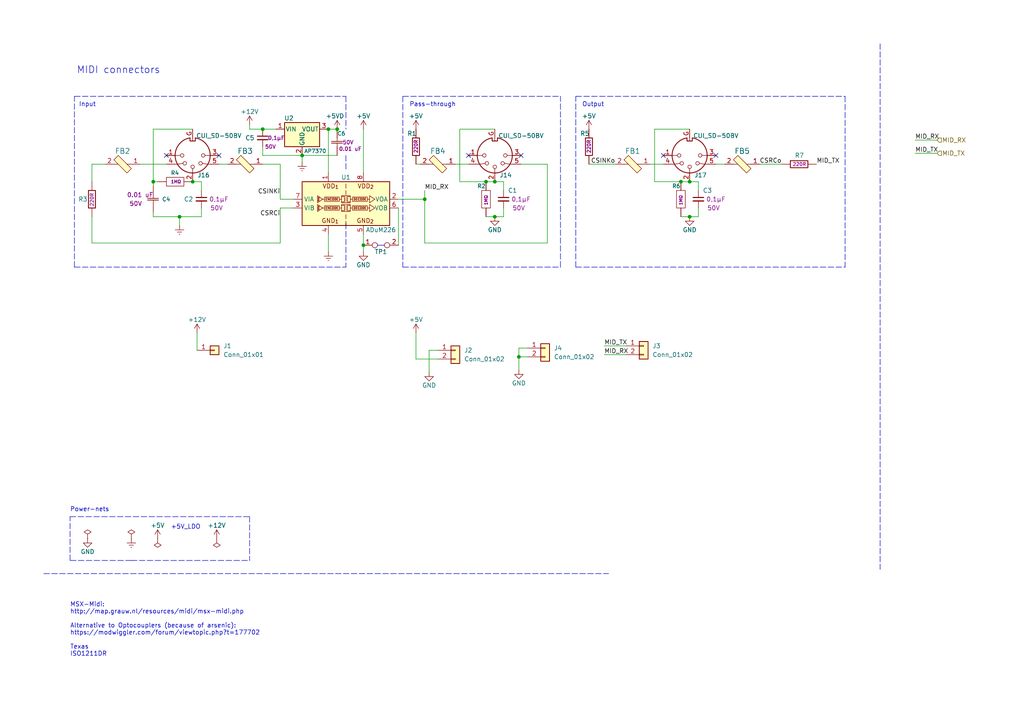
<source format=kicad_sch>
(kicad_sch (version 20211123) (generator eeschema)
  (paper "A4")
  (lib_symbols
    (symbol "Connector:TestPoint_2Pole" (pin_names (offset 0.762) hide)
      (property "Reference" "TP" (at 0 1.524 0))
      (property "Value" "TestPoint_2Pole" (at 0 -1.778 0))
      (symbol "TestPoint_2Pole_0_1"
        (circle (center -1.778 0) (radius 0.762))
        (circle (center 1.778 0) (radius 0.762))
        (pin passive line (at -5.08 0 0) (length 2.54) (name "1") (number "1"))
        (pin passive line (at 5.08 0 180) (length 2.54) (name "2") (number "2"))
      )
    )
    (symbol "Connector_Generic:Conn_01x01" (pin_names (offset 1.016) hide)
      (property "Reference" "J" (at 0 2.54 0))
      (property "Value" "Conn_01x01" (at 0 -2.54 0))
      (symbol "Conn_01x01_1_1"
        (rectangle (start -1.27 0.127) (end 0 -0.127) (stroke (width 0.1524)))
        (rectangle (start -1.27 1.27) (end 1.27 -1.27) (stroke (width 0.254)) (fill (type background)))
        (pin passive line (at -5.08 0 0) (length 3.81) (name "Pin_1") (number "1"))
      )
    )
    (symbol "Connector_Generic:Conn_01x02" (pin_names (offset 1.016) hide)
      (property "Reference" "J" (at 0 2.54 0))
      (property "Value" "Conn_01x02" (at 0 -5.08 0))
      (symbol "Conn_01x02_1_1"
        (rectangle (start -1.27 -2.413) (end 0 -2.667) (stroke (width 0.1524)))
        (rectangle (start -1.27 0.127) (end 0 -0.127) (stroke (width 0.1524)))
        (rectangle (start -1.27 1.27) (end 1.27 -3.81) (stroke (width 0.254)) (fill (type background)))
        (pin passive line (at -5.08 0 0) (length 3.81) (name "Pin_1") (number "1"))
        (pin passive line (at -5.08 -2.54 0) (length 3.81) (name "Pin_2") (number "2"))
      )
    )
    (symbol "LRJ-parts:ADuM226"
      (property "Reference" "U" (at -11.43 11.43 0))
      (property "Value" "ADuM226" (at 10.16 10.16 0))
      (symbol "ADuM226_0_0"
        (text "GND_{1}" (at -4.572 -3.683 0) (effects (font (size 1.27 1.27))))
        (text "GND_{2}" (at 5.588 -3.683 0) (effects (font (size 1.27 1.27))))
        (text "VDD_{1}" (at -4.445 6.35 0) (effects (font (size 1.27 1.27))))
        (text "VDD_{2}" (at 5.715 6.35 0) (effects (font (size 1.27 1.27))))
      )
      (symbol "ADuM226_1_0"
        (rectangle (start -6.223 -0.635) (end -1.905 0.635))
        (rectangle (start -1.27 -1.016) (end 1.27 1.016))
        (rectangle (start -1.27 3.556) (end 1.27 1.524))
        (arc (start -0.508 -0.762) (mid -0.254 -0.508) (end -0.508 -0.254))
        (arc (start -0.508 -0.254) (mid -0.254 0) (end -0.508 0.254))
        (arc (start -0.508 0.254) (mid -0.254 0.508) (end -0.508 0.762))
        (arc (start -0.508 1.778) (mid -0.254 2.032) (end -0.508 2.286))
        (arc (start -0.508 2.286) (mid -0.254 2.54) (end -0.508 2.794))
        (arc (start -0.508 2.794) (mid -0.254 3.048) (end -0.508 3.302))
        (polyline (pts (xy -6.223 0) (xy -6.858 0)))
        (polyline (pts (xy -6.223 2.54) (xy -6.858 2.54)))
        (polyline (pts (xy -1.905 0) (xy -1.27 0)))
        (polyline (pts (xy -1.905 2.54) (xy -1.27 2.54)))
        (polyline (pts (xy -1.27 -0.762) (xy -0.508 -0.762)))
        (polyline (pts (xy -1.27 0.762) (xy -0.508 0.762)))
        (polyline (pts (xy -1.27 1.778) (xy -0.508 1.778)))
        (polyline (pts (xy -1.27 3.302) (xy -0.508 3.302)))
        (polyline (pts (xy 0 -3.81) (xy 0 -5.08)))
        (polyline (pts (xy 0 -1.905) (xy 0 -3.175)))
        (polyline (pts (xy 0 3.81) (xy 0 5.08)))
        (polyline (pts (xy 0 6.985) (xy 0 5.715)))
        (polyline (pts (xy 1.27 -0.762) (xy 0.508 -0.762)))
        (polyline (pts (xy 1.27 0.762) (xy 0.508 0.762)))
        (polyline (pts (xy 1.27 1.778) (xy 0.508 1.778)))
        (polyline (pts (xy 1.27 3.302) (xy 0.508 3.302)))
        (polyline (pts (xy 1.905 0) (xy 1.27 0)))
        (polyline (pts (xy 1.905 2.54) (xy 1.27 2.54)))
        (polyline (pts (xy 6.223 0) (xy 6.858 0)))
        (polyline (pts (xy 6.223 2.54) (xy 6.858 2.54)))
        (arc (start 0.508 -0.254) (mid 0.254 -0.508) (end 0.508 -0.762))
        (arc (start 0.508 0.254) (mid 0.254 0) (end 0.508 -0.254))
        (arc (start 0.508 0.762) (mid 0.254 0.508) (end 0.508 0.254))
        (arc (start 0.508 2.286) (mid 0.254 2.032) (end 0.508 1.778))
        (arc (start 0.508 2.794) (mid 0.254 2.54) (end 0.508 2.286))
        (arc (start 0.508 3.302) (mid 0.254 3.048) (end 0.508 2.794))
        (rectangle (start 1.905 3.175) (end 6.223 1.905))
        (text "DECODE" (at 4.064 0 0) (effects (font (size 0.635 0.635))))
        (text "DECODE" (at 4.064 2.54 0) (effects (font (size 0.635 0.635))))
        (text "ENCODE" (at -4.064 0 0) (effects (font (size 0.635 0.635))))
        (text "ENCODE" (at -4.064 2.54 0) (effects (font (size 0.635 0.635))))
      )
      (symbol "ADuM226_1_1"
        (rectangle (start -12.7 -5.08) (end 12.7 7.62) (stroke (width 0.254)) (fill (type background)))
        (rectangle (start -1.905 3.175) (end -6.223 1.905))
        (polyline (pts (xy -8.001 0.508) (xy -7.62 0.508)))
        (polyline (pts (xy -8.001 3.048) (xy -7.62 3.048)))
        (polyline (pts (xy -8.0518 -0.508) (xy -7.7978 -0.508) (xy -7.7978 0.508)))
        (polyline (pts (xy -8.0518 2.032) (xy -7.7978 2.032) (xy -7.7978 3.048)))
        (polyline (pts (xy -8.001 0.508) (xy -8.001 -0.508) (xy -8.128 -0.508)))
        (polyline (pts (xy -8.001 3.048) (xy -8.001 2.032) (xy -8.128 2.032)))
        (polyline (pts (xy -6.731 0) (xy -8.255 1.016) (xy -8.255 -1.016) (xy -6.731 0)))
        (polyline (pts (xy -6.731 2.54) (xy -8.255 3.556) (xy -8.255 1.524) (xy -6.731 2.54)))
        (polyline (pts (xy 8.382 0) (xy 6.858 1.016) (xy 6.858 -1.016) (xy 8.382 0)))
        (polyline (pts (xy 8.382 2.54) (xy 6.858 3.556) (xy 6.858 1.524) (xy 8.382 2.54)))
        (rectangle (start 6.223 -0.635) (end 1.905 0.635))
        (pin power_in line (at -5.08 10.16 270) (length 2.54) (name "VDD1") (number "1"))
        (pin output line (at 15.24 2.54 180) (length 2.54) (name "VOA") (number "2"))
        (pin input line (at -15.24 0 0) (length 2.54) (name "VIB") (number "3"))
        (pin power_in line (at -5.08 -7.62 90) (length 2.54) (name "GND1") (number "4"))
        (pin power_in line (at 5.08 -7.62 90) (length 2.54) (name "GND2") (number "5"))
        (pin output line (at 15.24 0 180) (length 2.54) (name "VOB") (number "6"))
        (pin input line (at -15.24 2.54 0) (length 2.54) (name "VIA") (number "7"))
        (pin power_in line (at 5.08 10.16 270) (length 2.54) (name "VDD2") (number "8"))
      )
    )
    (symbol "LRJ-parts:AP7370" (pin_names (offset 0.254))
      (property "Reference" "U" (at -3.81 5.715 0))
      (property "Value" "AP7370" (at 0 5.715 0))
      (symbol "AP7370_0_1"
        (rectangle (start -5.08 4.445) (end 5.08 -2.54) (stroke (width 0.254)) (fill (type background)))
      )
      (symbol "AP7370_1_1"
        (pin power_in line (at -7.62 2.54 0) (length 2.54) (name "VIN") (number "1"))
        (pin power_in line (at 0 -5.08 90) (length 2.54) (name "GND") (number "2"))
        (pin power_out line (at 7.62 2.54 180) (length 2.54) (name "VOUT") (number "3"))
        (pin no_connect line (at -2.54 0 0) (length 2.54) hide (name "N/C") (number "4"))
        (pin no_connect line (at 2.54 0 180) (length 2.54) hide (name "N/C") (number "5"))
      )
    )
    (symbol "LRJ-parts:CUI_SD-50BV" (pin_names (offset 1.016))
      (property "Reference" "J" (at 3.175 5.715 0))
      (property "Value" "CUI_SD-50BV" (at 0 -12.7 0))
      (symbol "CUI_SD-50BV_0_1"
        (arc (start -5.08 0) (mid -3.8609 -3.3364) (end -0.762 -5.08) (stroke (width 0.254)))
        (circle (center -3.048 0) (radius 0.508))
        (circle (center -2.286 2.286) (radius 0.508))
        (polyline (pts (xy -5.08 0) (xy -3.556 0)))
        (polyline (pts (xy 0 -5.08) (xy 0 -4.191)))
        (polyline (pts (xy 0 5.08) (xy 0 3.81)))
        (polyline (pts (xy 5.08 0) (xy 3.556 0)))
        (polyline (pts (xy -5.08 2.54) (xy -4.318 2.54) (xy -2.794 2.286)))
        (polyline (pts (xy 5.08 2.54) (xy 4.318 2.54) (xy 2.794 2.286)))
        (polyline (pts (xy -0.762 -5.08) (xy -0.762 -4.191) (xy 0.762 -4.191) (xy 0.762 -5.08)) (stroke (width 0.254)))
        (circle (center 0 3.302) (radius 0.508))
        (arc (start 0.762 -5.08) (mid 3.8685 -3.343) (end 5.08 0) (stroke (width 0.254)))
        (circle (center 2.286 2.286) (radius 0.508))
        (circle (center 3.048 0) (radius 0.508))
        (arc (start 5.08 0) (mid 0 5.08) (end -5.08 0) (stroke (width 0.254)))
      )
      (symbol "CUI_SD-50BV_1_1"
        (pin passive line (at -7.62 0 0) (length 2.54) (name "~") (number "1"))
        (pin passive line (at 0 7.62 270) (length 2.54) (name "~") (number "2"))
        (pin passive line (at 7.62 0 180) (length 2.54) (name "~") (number "3"))
        (pin passive line (at -7.62 2.54 0) (length 2.54) (name "~") (number "4"))
        (pin passive line (at 7.62 2.54 180) (length 2.54) (name "~") (number "5"))
        (pin input line (at 0 -7.62 90) (length 2.54) (name "G") (number "G"))
      )
    )
    (symbol "LRJ-parts:C_CL10B104KB8NNNL" (pin_numbers hide) (pin_names (offset 0.254) hide)
      (property "Reference" "C" (at 0.254 1.778 0))
      (property "Value" "C_CL10B104KB8NNNL" (at 0.254 -2.032 0))
      (property "Capacitance " " 0,1µF" (at -6.35 0 0))
      (property "Voltage Rating " "50V" (at -6.35 -2.54 0))
      (symbol "C_CL10B104KB8NNNL_0_1"
        (polyline (pts (xy -1.524 -0.508) (xy 1.524 -0.508)) (stroke (width 0.3302)))
        (polyline (pts (xy -1.524 0.508) (xy 1.524 0.508)) (stroke (width 0.3048)))
      )
      (symbol "C_CL10B104KB8NNNL_1_1"
        (pin passive line (at 0 2.54 270) (length 2.032) (name "~") (number "1"))
        (pin passive line (at 0 -2.54 90) (length 2.032) (name "~") (number "2"))
      )
    )
    (symbol "LRJ-parts:C_CL21B103KBANNNC" (pin_numbers hide) (pin_names (offset 1.016) hide)
      (property "Reference" "C" (at 1.524 2.921 0))
      (property "MPN" "CL21B103KBANNNC" (at -11.43 0 0))
      (symbol "C_CL21B103KBANNNC_1_1"
        (polyline (pts (xy -1.651 -0.254) (xy 1.524 -0.254)) (stroke (width 0.2032)))
        (polyline (pts (xy -1.651 0.254) (xy 1.524 0.254)) (stroke (width 0.2032)))
        (polyline (pts (xy 0 -1.27) (xy 0 -0.254)))
        (polyline (pts (xy 0 1.27) (xy 0 0.254)))
        (pin passive line (at 0 3.81 270) (length 2.54) (name "1") (number "1"))
        (pin passive line (at 0 -3.81 90) (length 2.54) (name "2") (number "2"))
      )
    )
    (symbol "LRJ-parts:L_ferrite_BLM18KG102SZ1D" (pin_names (offset 1.016))
      (property "Reference" "FB" (at -3.81 3.81 0))
      (property "Value" "L_ferrite_BLM18KG102SZ1D" (at 0 -3.81 0))
      (symbol "L_ferrite_BLM18KG102SZ1D_0_1"
        (polyline (pts (xy -1.27 0) (xy -2.54 0)))
        (polyline (pts (xy 1.27 0) (xy 2.54 0)))
        (polyline (pts (xy -1.27 2.54) (xy -2.54 1.27) (xy 1.27 -2.54) (xy 2.54 -1.27) (xy -1.27 2.54)) (fill (type background)))
      )
      (symbol "L_ferrite_BLM18KG102SZ1D_1_1"
        (pin passive line (at -5.08 0 0) (length 2.54) (name "~") (number "1"))
        (pin passive line (at 5.08 0 180) (length 2.54) (name "~") (number "2"))
      )
    )
    (symbol "LRJ-parts:R_CRGP0603F220R" (pin_numbers hide) (pin_names (offset 0))
      (property "Reference" "R" (at 2.032 0 90))
      (property "Resistance" "220R" (at 0 0 90))
      (symbol "R_CRGP0603F220R_0_1"
        (rectangle (start -1.016 -2.54) (end 1.016 2.54) (stroke (width 0.254)))
      )
      (symbol "R_CRGP0603F220R_1_1"
        (pin passive line (at 0 5.08 270) (length 2.54) (name "~") (number "1"))
        (pin passive line (at 0 -5.08 90) (length 2.54) (name "~") (number "2"))
      )
    )
    (symbol "LRJ-parts:R_ERJ-3GEYJ105V" (pin_numbers hide) (pin_names (offset 1.016) hide)
      (property "Reference" "R" (at -5.08 1.27 0))
      (property "Value" "R_ERJ-3GEYJ105V" (at -10.16 -3.81 0))
      (property "Resistance" "1MΩ" (at 0 0 0))
      (symbol "R_ERJ-3GEYJ105V_0_1"
        (rectangle (start -2.54 1.27) (end 2.54 -1.27))
      )
      (symbol "R_ERJ-3GEYJ105V_1_1"
        (pin passive line (at -5.08 0 0) (length 2.54) (name "1") (number "1"))
        (pin passive line (at 5.08 0 180) (length 2.54) (name "2") (number "2"))
      )
    )
    (symbol "power:+12V" (power) (pin_names (offset 0))
      (property "Value" "+12V" (at 0 3.556 0))
      (symbol "+12V_0_1"
        (polyline (pts (xy -0.762 1.27) (xy 0 2.54)))
        (polyline (pts (xy 0 0) (xy 0 2.54)))
        (polyline (pts (xy 0 2.54) (xy 0.762 1.27)))
      )
      (symbol "+12V_1_1"
        (pin power_in line (at 0 0 90) (length 0) hide (name "+12V") (number "1"))
      )
    )
    (symbol "power:+5V" (power) (pin_names (offset 0))
      (property "Value" "+5V" (at 0 3.556 0))
      (symbol "+5V_0_1"
        (polyline (pts (xy -0.762 1.27) (xy 0 2.54)))
        (polyline (pts (xy 0 0) (xy 0 2.54)))
        (polyline (pts (xy 0 2.54) (xy 0.762 1.27)))
      )
      (symbol "+5V_1_1"
        (pin power_in line (at 0 0 90) (length 0) hide (name "+5V") (number "1"))
      )
    )
    (symbol "power:+5VD" (power) (pin_names (offset 0))
      (property "Value" "+5VD" (at 0 3.556 0))
      (symbol "+5VD_0_1"
        (polyline (pts (xy -0.762 1.27) (xy 0 2.54)))
        (polyline (pts (xy 0 0) (xy 0 2.54)))
        (polyline (pts (xy 0 2.54) (xy 0.762 1.27)))
      )
      (symbol "+5VD_1_1"
        (pin power_in line (at 0 0 90) (length 0) hide (name "+5VD") (number "1"))
      )
    )
    (symbol "power:Earth" (power) (pin_names (offset 0))
      (symbol "Earth_0_1"
        (polyline (pts (xy -0.635 -1.905) (xy 0.635 -1.905)))
        (polyline (pts (xy -0.127 -2.54) (xy 0.127 -2.54)))
        (polyline (pts (xy 0 -1.27) (xy 0 0)))
        (polyline (pts (xy 1.27 -1.27) (xy -1.27 -1.27)))
      )
      (symbol "Earth_1_1"
        (pin power_in line (at 0 0 270) (length 0) hide (name "Earth") (number "1"))
      )
    )
    (symbol "power:GND" (power) (pin_names (offset 0))
      (property "Value" "GND" (at 0 -3.81 0))
      (symbol "GND_0_1"
        (polyline (pts (xy 0 0) (xy 0 -1.27) (xy 1.27 -1.27) (xy 0 -2.54) (xy -1.27 -1.27) (xy 0 -1.27)))
      )
      (symbol "GND_1_1"
        (pin power_in line (at 0 0 270) (length 0) hide (name "GND") (number "1"))
      )
    )
    (symbol "power:PWR_FLAG" (power) (pin_numbers hide) (pin_names (offset 0) hide)
      (property "Value" "PWR_FLAG" (at 0 3.81 0))
      (symbol "PWR_FLAG_0_0"
        (pin power_out line (at 0 0 90) (length 0) (name "pwr") (number "1"))
      )
      (symbol "PWR_FLAG_0_1"
        (polyline (pts (xy 0 0) (xy 0 1.27) (xy -1.016 1.905) (xy 0 2.54) (xy 1.016 1.905) (xy 0 1.27)))
      )
    )
  )
  (junction (at 55.88 52.705))
  (junction (at 105.41 71.12))
  (junction (at 76.2 37.465))
  (junction (at 52.07 62.865))
  (junction (at 97.79 37.465))
  (junction (at 123.19 57.785))
  (junction (at 143.51 52.705))
  (junction (at 95.25 37.465))
  (junction (at 200.025 52.705))
  (junction (at 140.97 52.705))
  (junction (at 143.51 62.865))
  (junction (at 150.495 103.505))
  (junction (at 44.45 52.705))
  (junction (at 197.485 52.705))
  (junction (at 87.63 45.085))
  (junction (at 200.025 62.865))
  (no_connect (at 151.13 45.085))
  (no_connect (at 63.5 45.085))
  (no_connect (at 207.645 45.085))
  (no_connect (at 135.89 45.085))
  (no_connect (at 48.26 45.085))
  (no_connect (at 192.405 45.085))
  (wire (pts (xy 55.88 52.705) (xy 58.42 52.705)))
  (polyline (pts (xy 38.1 162.56) (xy 72.39 162.56)))
  (wire (pts (xy 189.865 52.705) (xy 197.485 52.705)))
  (wire (pts (xy 95.25 37.465) (xy 95.25 50.165)))
  (wire (pts (xy 40.64 47.625) (xy 48.26 47.625)))
  (wire (pts (xy 175.26 100.33) (xy 181.61 100.33)))
  (wire (pts (xy 105.41 37.465) (xy 105.41 50.165)))
  (wire (pts (xy 76.2 45.085) (xy 87.63 45.085)))
  (wire (pts (xy 265.43 40.64) (xy 271.78 40.64)))
  (wire (pts (xy 105.41 67.945) (xy 105.41 71.12)))
  (polyline (pts (xy 100.33 45.085) (xy 100.33 49.53)))
  (wire (pts (xy 44.45 52.705) (xy 45.72 52.705)))
  (wire (pts (xy 140.97 62.865) (xy 143.51 62.865)))
  (wire (pts (xy 151.13 47.625) (xy 158.75 47.625)))
  (polyline (pts (xy 109.474 71.12) (xy 111.506 71.12)) (stroke (width 0) (type solid)))
  (polyline (pts (xy 116.84 77.47) (xy 162.56 77.47)))
  (polyline (pts (xy 21.59 27.94) (xy 100.33 27.94)))
  (wire (pts (xy 57.15 96.52) (xy 57.15 101.6)))
  (wire (pts (xy 202.565 62.865) (xy 200.025 62.865)))
  (polyline (pts (xy 20.32 162.56) (xy 20.32 149.86)))
  (wire (pts (xy 76.2 47.625) (xy 81.28 47.625)))
  (polyline (pts (xy 72.39 149.86) (xy 72.39 162.56)))
  (polyline (pts (xy 167.005 77.47) (xy 167.005 27.94)))
  (polyline (pts (xy 116.84 27.94) (xy 162.56 27.94)))
  (polyline (pts (xy 255.27 165.1) (xy 255.27 165.1)))
  (wire (pts (xy 200.025 52.705) (xy 202.565 52.705)))
  (wire (pts (xy 63.5 47.625) (xy 66.04 47.625)))
  (wire (pts (xy 26.67 62.865) (xy 26.67 70.485)))
  (polyline (pts (xy 116.84 27.94) (xy 116.84 77.47)))
  (wire (pts (xy 226.695 47.625) (xy 220.345 47.625)))
  (polyline (pts (xy 20.32 149.86) (xy 72.39 149.86)))
  (polyline (pts (xy 21.59 77.47) (xy 21.59 27.94)))
  (wire (pts (xy 123.19 57.785) (xy 123.19 70.485)))
  (wire (pts (xy 123.19 55.245) (xy 123.19 57.785)))
  (wire (pts (xy 140.97 52.705) (xy 143.51 52.705)))
  (wire (pts (xy 124.46 101.6) (xy 127 101.6)))
  (wire (pts (xy 133.35 52.705) (xy 140.97 52.705)))
  (wire (pts (xy 52.07 62.865) (xy 58.42 62.865)))
  (wire (pts (xy 143.51 37.465) (xy 133.35 37.465)))
  (wire (pts (xy 76.2 37.465) (xy 80.01 37.465)))
  (wire (pts (xy 202.565 55.245) (xy 202.565 52.705)))
  (wire (pts (xy 197.485 52.705) (xy 200.025 52.705)))
  (polyline (pts (xy 100.33 27.94) (xy 100.33 37.465)))
  (wire (pts (xy 87.63 45.085) (xy 87.63 46.99)))
  (wire (pts (xy 202.565 60.325) (xy 202.565 62.865)))
  (wire (pts (xy 81.28 70.485) (xy 81.28 60.325)))
  (wire (pts (xy 170.815 47.625) (xy 178.435 47.625)))
  (wire (pts (xy 197.485 62.865) (xy 200.025 62.865)))
  (wire (pts (xy 81.28 47.625) (xy 81.28 57.785)))
  (wire (pts (xy 44.45 37.465) (xy 44.45 52.705)))
  (wire (pts (xy 115.57 60.325) (xy 115.57 71.12)))
  (wire (pts (xy 120.65 104.14) (xy 127 104.14)))
  (wire (pts (xy 26.67 70.485) (xy 81.28 70.485)))
  (wire (pts (xy 133.35 37.465) (xy 133.35 52.705)))
  (wire (pts (xy 44.45 61.595) (xy 44.45 62.865)))
  (wire (pts (xy 87.63 45.085) (xy 97.79 45.085)))
  (wire (pts (xy 146.05 62.865) (xy 143.51 62.865)))
  (wire (pts (xy 58.42 55.245) (xy 58.42 52.705)))
  (wire (pts (xy 124.46 101.6) (xy 124.46 107.95)))
  (wire (pts (xy 44.45 62.865) (xy 52.07 62.865)))
  (wire (pts (xy 120.65 96.52) (xy 120.65 104.14)))
  (wire (pts (xy 189.865 37.465) (xy 189.865 52.705)))
  (wire (pts (xy 150.495 103.505) (xy 150.495 107.315)))
  (wire (pts (xy 123.19 70.485) (xy 158.75 70.485)))
  (wire (pts (xy 150.495 100.965) (xy 150.495 103.505)))
  (wire (pts (xy 95.25 37.465) (xy 97.79 37.465)))
  (polyline (pts (xy 100.33 64.77) (xy 100.33 77.47)))
  (wire (pts (xy 52.07 62.865) (xy 52.07 65.405)))
  (polyline (pts (xy 21.59 77.47) (xy 100.33 77.47)))
  (wire (pts (xy 143.51 52.705) (xy 146.05 52.705)))
  (wire (pts (xy 207.645 47.625) (xy 210.185 47.625)))
  (wire (pts (xy 158.75 47.625) (xy 158.75 70.485)))
  (wire (pts (xy 72.39 36.195) (xy 72.39 37.465)))
  (wire (pts (xy 26.67 47.625) (xy 26.67 52.705)))
  (polyline (pts (xy 167.005 27.94) (xy 245.11 27.94)))
  (wire (pts (xy 150.495 100.965) (xy 153.035 100.965)))
  (wire (pts (xy 26.67 47.625) (xy 30.48 47.625)))
  (wire (pts (xy 44.45 52.705) (xy 44.45 53.975)))
  (wire (pts (xy 58.42 60.325) (xy 58.42 62.865)))
  (wire (pts (xy 146.05 60.325) (xy 146.05 62.865)))
  (wire (pts (xy 265.43 44.45) (xy 271.78 44.45)))
  (polyline (pts (xy 38.1 162.56) (xy 20.32 162.56)))
  (wire (pts (xy 115.57 57.785) (xy 123.19 57.785)))
  (wire (pts (xy 81.28 60.325) (xy 85.09 60.325)))
  (polyline (pts (xy 255.27 12.7) (xy 255.27 165.1)))
  (wire (pts (xy 105.41 71.12) (xy 105.41 73.025)))
  (polyline (pts (xy 167.005 77.47) (xy 245.11 77.47)))
  (wire (pts (xy 188.595 47.625) (xy 192.405 47.625)))
  (wire (pts (xy 76.2 42.545) (xy 76.2 45.085)))
  (wire (pts (xy 72.39 37.465) (xy 76.2 37.465)))
  (polyline (pts (xy 12.7 166.37) (xy 176.53 166.37)))
  (wire (pts (xy 200.025 37.465) (xy 189.865 37.465)))
  (polyline (pts (xy 245.11 27.94) (xy 245.11 77.47)))
  (wire (pts (xy 81.28 57.785) (xy 85.09 57.785)))
  (polyline (pts (xy 162.56 77.47) (xy 162.56 27.94)))
  (wire (pts (xy 95.25 67.945) (xy 95.25 73.025)))
  (wire (pts (xy 132.08 47.625) (xy 135.89 47.625)))
  (wire (pts (xy 146.05 55.245) (xy 146.05 52.705)))
  (wire (pts (xy 150.495 103.505) (xy 153.035 103.505)))
  (wire (pts (xy 120.65 47.625) (xy 121.92 47.625)))
  (wire (pts (xy 175.26 102.87) (xy 181.61 102.87)))
  (wire (pts (xy 55.88 37.465) (xy 44.45 37.465)))
  (text "MIDI connectors" (at 22.225 21.59 0) (effects (font (size 2 2)) (justify left bottom)))
  (text "+5V_LDO" (at 49.53 153.67 0) (effects (font (size 1.27 1.27)) (justify left bottom)))
  (text "Output" (at 175.26 31.115 180) (effects (font (size 1.27 1.27)) (justify right bottom)))
  (text "Input" (at 22.86 31.115 0) (effects (font (size 1.27 1.27)) (justify left bottom)))
  (text "Power-nets" (at 20.32 148.59 0) (effects (font (size 1.27 1.27)) (justify left bottom)))
  (text "MSX-Midi:\nhttp://map.grauw.nl/resources/midi/msx-midi.php\n\nAlternative to Optocouplers (because of arsenic):\nhttps://modwiggler.com/forum/viewtopic.php?t=177702\n\nTexas\nISO1211DR" (at 20.32 190.5 0) (effects (font (size 1.27 1.27)) (justify left bottom)))
  (text "Pass-through" (at 118.745 31.115 0) (effects (font (size 1.27 1.27)) (justify left bottom)))
  (label "MID_TX" (at 175.26 100.33 0))
  (label "MID_RX" (at 175.26 102.87 0))
  (label "MID_RX" (at 265.43 40.64 0))
  (label "CSRCo" (at 226.695 47.625 180))
  (label "CSINKi" (at 81.28 56.515 180))
  (label "CSRCi" (at 81.28 62.865 180))
  (label "CSINKo" (at 178.435 47.625 180))
  (label "MID_TX" (at 236.855 47.625 0))
  (label "MID_RX" (at 123.19 55.245 0))
  (label "MID_TX" (at 265.43 44.45 0))
  (hierarchical_label "MID_RX" (shape input) (at 271.78 40.64 0))
  (hierarchical_label "MID_TX" (shape input) (at 271.78 44.45 0))
  (symbol (lib_id "LRJ-parts:R_ERJ-3GEYJ105V") (at 140.97 57.785 90) (unit 1)
    (property "Reference" "R2" (at 138.43 53.975 90) (effects (font (size 1.143 1.143)) (justify right)))
    (property "Value" "R_ERJ-3GEYJ105V" (effects hide))
    (property "Footprint" "Resistor_SMD:R_0603_1608Metric" (effects hide))
    (property "Datasheet" "https://industrial.panasonic.com/ww/products/pt/general-purpose-chip-resistors/models/ERJ3GEYJ105V" (effects hide))
    (property "Manufacturer" "Panasonic Electronic Components" (effects hide))
    (property "MPN" "ERJ-3GEYJ105V" (effects hide))
    (property "Resistance" "1MΩ" (at 140.97 56.515 0) (effects (font (size 0.889 0.889)) (justify right)))
    (property "Voltage rating" "75V" (effects hide))
    (property "Operating Temperature " " -55°C to +155°C" (effects hide))
    (property "Status" "Active" (effects hide))
    (property "Mounting type" "SMD" (effects hide))
  )
  (symbol (lib_id "LRJ-parts:CUI_SD-50BV") (at 200.025 45.085 0) (mirror x) (unit 1)
    (property "Reference" "J17" (at 203.2 50.8 0))
    (property "Value" "CUI_SD-50BV" (at 207.645 39.37 0))
    (property "Footprint" "LRJ:Jack_DIN_CUI_SD-50BV_Vertical" (effects hide))
    (property "Datasheet" "https://www.cuidevices.com/product/resource/sd-bv-series.pdf" (effects hide))
    (property "Manufacturer" "CUI Devices" (effects hide))
    (property "MPN" "SD-50BV" (effects hide))
    (property "Status" "Active" (effects hide))
    (property "Voltage Rating" "24V" (effects hide))
    (property "Current Rating" "1A" (effects hide))
  )
  (symbol (lib_id "LRJ-parts:R_CRGP0603F220R") (at 170.815 42.545 0) (unit 1)
    (property "Reference" "R5" (at 168.275 38.735 0) (effects (justify left)))
    (property "Value" "R_CRGP0603F220R" (effects hide))
    (property "Footprint" "Resistor_SMD:R_0603_1608Metric" (effects hide))
    (property "Datasheet" "https://www.te.com/commerce/DocumentDelivery/DDEController?Action=srchrtrv&DocNm=9-1773463-9&DocType=DS&DocLang=English" (effects hide))
    (property "Resistance" "220R" (at 170.815 44.45 90) (effects (font (size 0.9906 0.9906)) (justify left)))
    (property "Power (Watts) " " 0.25W, 1/4W" (effects hide))
    (property "Operating Temperature " " -55°C to 155°C " (effects hide))
    (property "MPN" "CRGP0603F220R" (effects hide))
    (property "Manufacturer" "TE Connectivity" (effects hide))
  )
  (symbol (lib_id "power:+12V") (at 62.865 156.21 0) (unit 1)
    (property "Reference" "#PWR0109" (effects hide))
    (property "Value" "+12V" (at 62.865 152.4 0))
  )
  (symbol (lib_id "power:+5V") (at 170.815 37.465 0) (unit 1)
    (property "Reference" "#PWR0103" (effects hide))
    (property "Value" "+5V" (at 170.815 33.655 0))
  )
  (symbol (lib_id "Connector_Generic:Conn_01x02") (at 158.115 100.965 0) (unit 1)
    (property "Reference" "J4" (at 160.655 100.9649 0) (effects (justify left)))
    (property "Value" "Conn_01x02" (at 160.655 103.5049 0) (effects (justify left)))
    (property "Footprint" "Connector_PinHeader_1.27mm:PinHeader_1x02_P1.27mm_Horizontal" (effects hide))
  )
  (symbol (lib_id "LRJ-parts:C_CL21B103KBANNNC") (at 97.79 41.275 0) (unit 1)
    (property "Reference" "C6" (at 97.79 38.735 0) (effects (font (size 1.143 1.143)) (justify left)))
    (property "Value" "C_CL21B103KBANNNC" (effects hide))
    (property "Footprint" "Capacitor_SMD:C_0805_2012Metric" (effects hide))
    (property "Datasheet" "https://www.vishay.com/docs/45199/vjcommercialseries.pdf" (effects hide))
    (property "Manufacturer" "Samsung Electro-Mechanics" (effects hide))
    (property "MPN" "CL21B103KBANNNC" (effects hide))
    (property "Mouser datasheet" "https://www.mouser.se/datasheet/2/427/vjcommercialseries-1764145.pdf" (effects hide))
    (property "Capacitance" "0.01 uF" (at 101.6 43.18 0) (effects (font (size 1.1 1.1))))
    (property "Voltage rating" "50V" (at 100.965 41.275 0) (effects (font (size 1.1 1.1))))
    (property "Temperature Coefficient " "X7R" (effects hide))
    (property "Mounting type" "SMD" (effects hide))
    (property "Status" "Active" (effects hide))
    (property "Price" "€0,08" (effects hide))
  )
  (symbol (lib_id "power:+5V") (at 45.72 156.21 0) (unit 1)
    (property "Reference" "#PWR0107" (effects hide))
    (property "Value" "+5V" (at 45.72 152.4 0))
  )
  (symbol (lib_id "power:+12V") (at 72.39 36.195 0) (unit 1)
    (property "Reference" "#PWR02" (effects hide))
    (property "Value" "+12V" (at 72.39 32.385 0))
  )
  (symbol (lib_id "LRJ-parts:C_CL10B104KB8NNNL") (at 76.2 40.005 0) (unit 1)
    (property "Reference" "C5" (at 71.12 40.005 0) (effects (justify left)))
    (property "Value" "C_CL10B104KB8NNNL" (effects hide))
    (property "Footprint" "Capacitor_SMD:C_0603_1608Metric_Pad1.08x0.95mm_HandSolder" (effects hide))
    (property "Datasheet" "http://product.samsungsem.com/mlcc/CL10B104KB8NNN.do" (effects hide))
    (property "Capacitance " " 0,1µF" (at 76.835 40.005 0) (effects (font (size 1.1 1.1)) (justify left)))
    (property "Tolerance" " ±10% " (effects hide))
    (property "Temperature Coefficient " "X7R" (effects hide))
    (property "Operating Temperature " " -55°C to +125°C " (effects hide))
    (property "Package" "1608 Metric" (effects hide))
    (property "Voltage Rating " "50V" (at 76.835 42.545 0) (effects (font (size 1.1 1.1)) (justify left)))
    (property "DK_Datasheet" "https://media.digikey.com/pdf/Data%20Sheets/Samsung%20PDFs/CL_Series_MLCC_ds.pdf" (effects hide))
    (property "MPN" "CL10B104KB8NNNL" (effects hide))
    (property "Manufacturer" "Samsung Electro-Mechanics" (effects hide))
    (property "Mounting Type" "SMD" (effects hide))
  )
  (symbol (lib_id "power:GND") (at 200.025 62.865 0) (unit 1)
    (property "Reference" "#PWR0102" (effects hide))
    (property "Value" "GND" (at 200.025 66.675 0))
  )
  (symbol (lib_id "LRJ-parts:L_ferrite_BLM18KG102SZ1D") (at 183.515 47.625 180) (unit 1)
    (property "Reference" "FB1" (at 183.515 43.815 0) (effects (font (size 1.524 1.524))))
    (property "Value" "L_ferrite_BLM18KG102SZ1D" (effects hide))
    (property "Footprint" "Inductor_SMD:L_0603_1608Metric_Pad1.05x0.95mm_HandSolder" (effects hide))
    (property "Datasheet" "https://www.mouser.se/datasheet/2/281/QNFA9122-1915769.pdf" (effects hide))
    (property "MPN" "BLM18KG102SZ1D" (effects hide))
    (property "Category" "Filters" (effects hide))
    (property "Family" "Ferrite Beads and Chips" (effects hide))
    (property "Description" "FERRITE BEAD 1K OHM @100MHz" (effects hide))
    (property "Manufacturer" "Murata Electronics" (effects hide))
    (property "Status" "Active" (effects hide))
    (property "Max DC Current" "1A" (effects hide))
  )
  (symbol (lib_id "LRJ-parts:R_ERJ-3GEYJ105V") (at 197.485 57.785 90) (unit 1)
    (property "Reference" "R6" (at 194.945 53.975 90) (effects (font (size 1.143 1.143)) (justify right)))
    (property "Value" "R_ERJ-3GEYJ105V" (effects hide))
    (property "Footprint" "Resistor_SMD:R_0603_1608Metric" (effects hide))
    (property "Datasheet" "https://industrial.panasonic.com/ww/products/pt/general-purpose-chip-resistors/models/ERJ3GEYJ105V" (effects hide))
    (property "Manufacturer" "Panasonic Electronic Components" (effects hide))
    (property "MPN" "ERJ-3GEYJ105V" (effects hide))
    (property "Resistance" "1MΩ" (at 197.485 56.515 0) (effects (font (size 0.889 0.889)) (justify right)))
    (property "Voltage rating" "75V" (effects hide))
    (property "Operating Temperature " " -55°C to +155°C" (effects hide))
    (property "Status" "Active" (effects hide))
    (property "Mounting type" "SMD" (effects hide))
  )
  (symbol (lib_id "power:+5V") (at 105.41 37.465 0) (unit 1)
    (property "Reference" "#PWR0111" (effects hide))
    (property "Value" "+5V" (at 105.41 33.655 0))
  )
  (symbol (lib_id "LRJ-parts:ADuM226") (at 100.33 60.325 0) (unit 1)
    (property "Reference" "U1" (at 100.33 51.435 0))
    (property "Value" "ADuM226" (at 110.49 66.675 0))
    (property "Footprint" "Package_SO:SOIC-8_7.5x5.85mm_P1.27mm" (effects hide))
    (property "Datasheet" "https://www.analog.com/media/en/technical-documentation/data-sheets/ADuM220N-221N-225N-226N.pdf" (effects hide))
    (property "Manufacturer" "Analog Devices Inc." (effects hide))
    (property "MPN" "ADUM226N1BRIZ-RL" (effects hide))
  )
  (symbol (lib_id "power:+5V") (at 120.65 96.52 0) (unit 1)
    (property "Reference" "#PWR04" (effects hide))
    (property "Value" "+5V" (at 120.65 92.71 0))
  )
  (symbol (lib_id "power:Earth") (at 87.63 46.99 0) (unit 1)
    (property "Reference" "#PWR03" (effects hide))
    (property "Value" "Earth" (effects hide))
  )
  (symbol (lib_id "Connector_Generic:Conn_01x02") (at 132.08 101.6 0) (unit 1)
    (property "Reference" "J2" (at 134.62 101.5999 0) (effects (justify left)))
    (property "Value" "Conn_01x02" (at 134.62 104.1399 0) (effects (justify left)))
    (property "Footprint" "Connector_PinHeader_1.27mm:PinHeader_1x02_P1.27mm_Horizontal" (effects hide))
  )
  (symbol (lib_id "power:Earth") (at 38.1 156.21 0) (unit 1)
    (property "Reference" "#PWR01" (effects hide))
    (property "Value" "Earth" (effects hide))
  )
  (symbol (lib_id "power:GND") (at 25.4 156.21 0) (unit 1)
    (property "Reference" "#PWR0108" (effects hide))
    (property "Value" "GND" (at 25.4 160.02 0))
  )
  (symbol (lib_id "LRJ-parts:CUI_SD-50BV") (at 55.88 45.085 0) (mirror x) (unit 1)
    (property "Reference" "J16" (at 59.055 50.8 0))
    (property "Value" "CUI_SD-50BV" (at 63.5 39.37 0))
    (property "Footprint" "LRJ:Jack_DIN_CUI_SD-50BV_Vertical" (effects hide))
    (property "Datasheet" "https://www.cuidevices.com/product/resource/sd-bv-series.pdf" (effects hide))
    (property "Manufacturer" "CUI Devices" (effects hide))
    (property "MPN" "SD-50BV" (effects hide))
    (property "Status" "Active" (effects hide))
    (property "Voltage Rating" "24V" (effects hide))
    (property "Current Rating" "1A" (effects hide))
  )
  (symbol (lib_id "LRJ-parts:R_CRGP0603F220R") (at 120.65 42.545 0) (unit 1)
    (property "Reference" "R1" (at 118.11 38.735 0) (effects (justify left)))
    (property "Value" "R_CRGP0603F220R" (effects hide))
    (property "Footprint" "Resistor_SMD:R_0603_1608Metric" (effects hide))
    (property "Datasheet" "https://www.te.com/commerce/DocumentDelivery/DDEController?Action=srchrtrv&DocNm=9-1773463-9&DocType=DS&DocLang=English" (effects hide))
    (property "Resistance" "220R" (at 120.65 44.45 90) (effects (font (size 0.9906 0.9906)) (justify left)))
    (property "Power (Watts) " " 0.25W, 1/4W" (effects hide))
    (property "Operating Temperature " " -55°C to 155°C " (effects hide))
    (property "MPN" "CRGP0603F220R" (effects hide))
    (property "Manufacturer" "TE Connectivity" (effects hide))
  )
  (symbol (lib_id "LRJ-parts:R_CRGP0603F220R") (at 26.67 57.785 180) (unit 1)
    (property "Reference" "R3" (at 25.4 57.785 0) (effects (justify left)))
    (property "Value" "R_CRGP0603F220R" (effects hide))
    (property "Footprint" "Resistor_SMD:R_0603_1608Metric" (effects hide))
    (property "Datasheet" "https://www.te.com/commerce/DocumentDelivery/DDEController?Action=srchrtrv&DocNm=9-1773463-9&DocType=DS&DocLang=English" (effects hide))
    (property "Resistance" "220R" (at 26.67 55.88 90) (effects (font (size 0.9906 0.9906)) (justify left)))
    (property "Power (Watts) " " 0.25W, 1/4W" (effects hide))
    (property "Operating Temperature " " -55°C to 155°C " (effects hide))
    (property "MPN" "CRGP0603F220R" (effects hide))
    (property "Manufacturer" "TE Connectivity" (effects hide))
  )
  (symbol (lib_id "power:Earth") (at 95.25 73.025 0) (unit 1)
    (property "Reference" "#PWR0114" (effects hide))
    (property "Value" "Earth" (effects hide))
  )
  (symbol (lib_id "power:PWR_FLAG") (at 25.4 156.21 0) (unit 1)
    (property "Reference" "#FLG0103" (effects hide))
    (property "Value" "PWR_FLAG" (effects hide))
  )
  (symbol (lib_id "Connector_Generic:Conn_01x01") (at 62.23 101.6 0) (unit 1)
    (property "Reference" "J1" (at 64.77 100.3299 0) (effects (justify left)))
    (property "Value" "Conn_01x01" (at 64.77 102.8699 0) (effects (justify left)))
    (property "Footprint" "Connector_PinHeader_1.27mm:PinHeader_1x01_P1.27mm_Horizontal" (effects hide))
  )
  (symbol (lib_id "LRJ-parts:C_CL10B104KB8NNNL") (at 146.05 57.785 0) (unit 1)
    (property "Reference" "C1" (at 147.32 55.245 0) (effects (justify left)))
    (property "Value" "C_CL10B104KB8NNNL" (effects hide))
    (property "Footprint" "Capacitor_SMD:C_0603_1608Metric_Pad1.08x0.95mm_HandSolder" (effects hide))
    (property "Datasheet" "http://product.samsungsem.com/mlcc/CL10B104KB8NNN.do" (effects hide))
    (property "Capacitance " " 0,1µF" (at 147.32 57.785 0) (effects (justify left)))
    (property "Tolerance" " ±10% " (effects hide))
    (property "Temperature Coefficient " "X7R" (effects hide))
    (property "Operating Temperature " " -55°C to +125°C " (effects hide))
    (property "Package" "1608 Metric" (effects hide))
    (property "Voltage Rating " "50V" (at 148.59 60.325 0) (effects (justify left)))
    (property "DK_Datasheet" "https://media.digikey.com/pdf/Data%20Sheets/Samsung%20PDFs/CL_Series_MLCC_ds.pdf" (effects hide))
    (property "MPN" "CL10B104KB8NNNL" (effects hide))
    (property "Manufacturer" "Samsung Electro-Mechanics" (effects hide))
    (property "Mounting Type" "SMD" (effects hide))
  )
  (symbol (lib_id "LRJ-parts:L_ferrite_BLM18KG102SZ1D") (at 215.265 47.625 180) (unit 1)
    (property "Reference" "FB5" (at 215.265 43.815 0) (effects (font (size 1.524 1.524))))
    (property "Value" "L_ferrite_BLM18KG102SZ1D" (effects hide))
    (property "Footprint" "Inductor_SMD:L_0603_1608Metric_Pad1.05x0.95mm_HandSolder" (effects hide))
    (property "Datasheet" "https://www.mouser.se/datasheet/2/281/QNFA9122-1915769.pdf" (effects hide))
    (property "MPN" "BLM18KG102SZ1D" (effects hide))
    (property "Category" "Filters" (effects hide))
    (property "Family" "Ferrite Beads and Chips" (effects hide))
    (property "Description" "FERRITE BEAD 1K OHM @100MHz" (effects hide))
    (property "Manufacturer" "Murata Electronics" (effects hide))
    (property "Status" "Active" (effects hide))
    (property "Max DC Current" "1A" (effects hide))
  )
  (symbol (lib_id "LRJ-parts:R_ERJ-3GEYJ105V") (at 50.8 52.705 180) (unit 1)
    (property "Reference" "R4" (at 49.53 50.165 0) (effects (font (size 1.143 1.143)) (justify right)))
    (property "Value" "R_ERJ-3GEYJ105V" (effects hide))
    (property "Footprint" "Resistor_SMD:R_0603_1608Metric" (effects hide))
    (property "Datasheet" "https://industrial.panasonic.com/ww/products/pt/general-purpose-chip-resistors/models/ERJ3GEYJ105V" (effects hide))
    (property "Manufacturer" "Panasonic Electronic Components" (effects hide))
    (property "MPN" "ERJ-3GEYJ105V" (effects hide))
    (property "Resistance" "1MΩ" (at 49.53 52.705 0) (effects (font (size 0.889 0.889)) (justify right)))
    (property "Voltage rating" "75V" (effects hide))
    (property "Operating Temperature " " -55°C to +155°C" (effects hide))
    (property "Status" "Active" (effects hide))
    (property "Mounting type" "SMD" (effects hide))
  )
  (symbol (lib_id "LRJ-parts:AP7370") (at 87.63 40.005 0) (unit 1)
    (property "Reference" "U2" (at 83.82 34.29 0))
    (property "Value" "AP7370" (at 91.44 43.815 0) (effects (font (size 1.1 1.1))))
    (property "Footprint" "LRJ:DIODES_SOT-753_SC-74A" (effects hide))
    (property "Datasheet" "https://www.diodes.com/assets/Datasheets/AP7370.pdf" (effects hide))
    (property "Manufacturer" "Diodes Incorporated" (effects hide))
    (property "MPN" "AP7370-50WW-7" (effects hide))
  )
  (symbol (lib_id "power:+5VD") (at 97.79 37.465 0) (unit 1)
    (property "Reference" "#PWR0112" (effects hide))
    (property "Value" "+5VD" (at 97.155 33.655 0))
  )
  (symbol (lib_id "LRJ-parts:C_CL21B103KBANNNC") (at 44.45 57.785 0) (unit 1)
    (property "Reference" "C4" (at 46.99 57.785 0) (effects (font (size 1.143 1.143)) (justify left)))
    (property "Value" "C_CL21B103KBANNNC" (effects hide))
    (property "Footprint" "Capacitor_SMD:C_0805_2012Metric" (effects hide))
    (property "Datasheet" "https://www.vishay.com/docs/45199/vjcommercialseries.pdf" (effects hide))
    (property "Manufacturer" "Samsung Electro-Mechanics" (effects hide))
    (property "MPN" "CL21B103KBANNNC" (effects hide))
    (property "Mouser datasheet" "https://www.mouser.se/datasheet/2/427/vjcommercialseries-1764145.pdf" (effects hide))
    (property "Capacitance" "0.01 uF" (at 40.64 56.515 0))
    (property "Voltage rating" "50V" (at 39.37 59.055 0))
    (property "Temperature Coefficient " "X7R" (effects hide))
    (property "Mounting type" "SMD" (effects hide))
    (property "Status" "Active" (effects hide))
    (property "Price" "€0,08" (effects hide))
  )
  (symbol (lib_id "Connector_Generic:Conn_01x02") (at 186.69 100.33 0) (unit 1)
    (property "Reference" "J3" (at 189.23 100.3299 0) (effects (justify left)))
    (property "Value" "Conn_01x02" (at 189.23 102.8699 0) (effects (justify left)))
    (property "Footprint" "Connector_PinHeader_1.27mm:PinHeader_1x02_P1.27mm_Horizontal" (effects hide))
  )
  (symbol (lib_id "power:+12V") (at 57.15 96.52 0) (unit 1)
    (property "Reference" "#PWR05" (effects hide))
    (property "Value" "+12V" (at 57.15 92.71 0))
  )
  (symbol (lib_id "power:GND") (at 105.41 73.025 0) (unit 1)
    (property "Reference" "#PWR0113" (effects hide))
    (property "Value" "GND" (at 105.41 76.835 0))
  )
  (symbol (lib_id "Connector:TestPoint_2Pole") (at 110.49 71.12 0) (unit 1)
    (property "Reference" "TP1" (at 110.49 73.025 0))
    (property "Value" "TestPoint_2Pole" (effects hide))
    (property "Footprint" "NetTie:NetTie-2_SMD_Pad0.5mm" (effects hide))
  )
  (symbol (lib_id "power:Earth") (at 52.07 65.405 0) (unit 1)
    (property "Reference" "#PWR0110" (effects hide))
    (property "Value" "Earth" (effects hide))
  )
  (symbol (lib_id "power:PWR_FLAG") (at 45.72 156.21 180) (unit 1)
    (property "Reference" "#FLG0101" (effects hide))
    (property "Value" "PWR_FLAG" (effects hide))
  )
  (symbol (lib_id "LRJ-parts:CUI_SD-50BV") (at 143.51 45.085 0) (mirror x) (unit 1)
    (property "Reference" "J14" (at 146.685 50.8 0))
    (property "Value" "CUI_SD-50BV" (at 151.13 39.37 0))
    (property "Footprint" "LRJ:Jack_DIN_CUI_SD-50BV_Vertical" (effects hide))
    (property "Datasheet" "https://www.cuidevices.com/product/resource/sd-bv-series.pdf" (effects hide))
    (property "Manufacturer" "CUI Devices" (effects hide))
    (property "MPN" "SD-50BV" (effects hide))
    (property "Status" "Active" (effects hide))
    (property "Voltage Rating" "24V" (effects hide))
    (property "Current Rating" "1A" (effects hide))
  )
  (symbol (lib_id "LRJ-parts:R_CRGP0603F220R") (at 231.775 47.625 270) (unit 1)
    (property "Reference" "R7" (at 230.505 45.085 90) (effects (justify left)))
    (property "Value" "R_CRGP0603F220R" (effects hide))
    (property "Footprint" "Resistor_SMD:R_0603_1608Metric" (effects hide))
    (property "Datasheet" "https://www.te.com/commerce/DocumentDelivery/DDEController?Action=srchrtrv&DocNm=9-1773463-9&DocType=DS&DocLang=English" (effects hide))
    (property "Resistance" "220R" (at 229.87 47.625 90) (effects (font (size 0.9906 0.9906)) (justify left)))
    (property "Power (Watts) " " 0.25W, 1/4W" (effects hide))
    (property "Operating Temperature " " -55°C to 155°C " (effects hide))
    (property "MPN" "CRGP0603F220R" (effects hide))
    (property "Manufacturer" "TE Connectivity" (effects hide))
  )
  (symbol (lib_id "power:+5V") (at 120.65 37.465 0) (unit 1)
    (property "Reference" "#PWR0104" (effects hide))
    (property "Value" "+5V" (at 120.65 33.655 0))
  )
  (symbol (lib_id "LRJ-parts:L_ferrite_BLM18KG102SZ1D") (at 127 47.625 180) (unit 1)
    (property "Reference" "FB4" (at 127 43.815 0) (effects (font (size 1.524 1.524))))
    (property "Value" "L_ferrite_BLM18KG102SZ1D" (effects hide))
    (property "Footprint" "Inductor_SMD:L_0603_1608Metric_Pad1.05x0.95mm_HandSolder" (effects hide))
    (property "Datasheet" "https://www.mouser.se/datasheet/2/281/QNFA9122-1915769.pdf" (effects hide))
    (property "MPN" "BLM18KG102SZ1D" (effects hide))
    (property "Category" "Filters" (effects hide))
    (property "Family" "Ferrite Beads and Chips" (effects hide))
    (property "Description" "FERRITE BEAD 1K OHM @100MHz" (effects hide))
    (property "Manufacturer" "Murata Electronics" (effects hide))
    (property "Status" "Active" (effects hide))
    (property "Max DC Current" "1A" (effects hide))
  )
  (symbol (lib_id "LRJ-parts:C_CL10B104KB8NNNL") (at 58.42 57.785 0) (unit 1)
    (property "Reference" "C2" (at 53.34 57.785 0) (effects (justify left)))
    (property "Value" "C_CL10B104KB8NNNL" (effects hide))
    (property "Footprint" "Capacitor_SMD:C_0603_1608Metric_Pad1.08x0.95mm_HandSolder" (effects hide))
    (property "Datasheet" "http://product.samsungsem.com/mlcc/CL10B104KB8NNN.do" (effects hide))
    (property "Capacitance " " 0,1µF" (at 59.69 57.785 0) (effects (justify left)))
    (property "Tolerance" " ±10% " (effects hide))
    (property "Temperature Coefficient " "X7R" (effects hide))
    (property "Operating Temperature " " -55°C to +125°C " (effects hide))
    (property "Package" "1608 Metric" (effects hide))
    (property "Voltage Rating " "50V" (at 60.96 60.325 0) (effects (justify left)))
    (property "DK_Datasheet" "https://media.digikey.com/pdf/Data%20Sheets/Samsung%20PDFs/CL_Series_MLCC_ds.pdf" (effects hide))
    (property "MPN" "CL10B104KB8NNNL" (effects hide))
    (property "Manufacturer" "Samsung Electro-Mechanics" (effects hide))
    (property "Mounting Type" "SMD" (effects hide))
  )
  (symbol (lib_id "power:PWR_FLAG") (at 62.865 156.21 180) (unit 1)
    (property "Reference" "#FLG0104" (effects hide))
    (property "Value" "PWR_FLAG" (effects hide))
  )
  (symbol (lib_id "LRJ-parts:L_ferrite_BLM18KG102SZ1D") (at 35.56 47.625 180) (unit 1)
    (property "Reference" "FB2" (at 35.56 43.815 0) (effects (font (size 1.524 1.524))))
    (property "Value" "L_ferrite_BLM18KG102SZ1D" (effects hide))
    (property "Footprint" "Inductor_SMD:L_0603_1608Metric_Pad1.05x0.95mm_HandSolder" (effects hide))
    (property "Datasheet" "https://www.mouser.se/datasheet/2/281/QNFA9122-1915769.pdf" (effects hide))
    (property "MPN" "BLM18KG102SZ1D" (effects hide))
    (property "Category" "Filters" (effects hide))
    (property "Family" "Ferrite Beads and Chips" (effects hide))
    (property "Description" "FERRITE BEAD 1K OHM @100MHz" (effects hide))
    (property "Manufacturer" "Murata Electronics" (effects hide))
    (property "Status" "Active" (effects hide))
    (property "Max DC Current" "1A" (effects hide))
  )
  (symbol (lib_id "LRJ-parts:L_ferrite_BLM18KG102SZ1D") (at 71.12 47.625 180) (unit 1)
    (property "Reference" "FB3" (at 71.12 43.815 0) (effects (font (size 1.524 1.524))))
    (property "Value" "L_ferrite_BLM18KG102SZ1D" (effects hide))
    (property "Footprint" "Inductor_SMD:L_0603_1608Metric_Pad1.05x0.95mm_HandSolder" (effects hide))
    (property "Datasheet" "https://www.mouser.se/datasheet/2/281/QNFA9122-1915769.pdf" (effects hide))
    (property "MPN" "BLM18KG102SZ1D" (effects hide))
    (property "Category" "Filters" (effects hide))
    (property "Family" "Ferrite Beads and Chips" (effects hide))
    (property "Description" "FERRITE BEAD 1K OHM @100MHz" (effects hide))
    (property "Manufacturer" "Murata Electronics" (effects hide))
    (property "Status" "Active" (effects hide))
    (property "Max DC Current" "1A" (effects hide))
  )
  (symbol (lib_id "power:GND") (at 143.51 62.865 0) (unit 1)
    (property "Reference" "#PWR0106" (effects hide))
    (property "Value" "GND" (at 143.51 66.675 0))
  )
  (symbol (lib_id "power:GND") (at 124.46 107.95 0) (unit 1)
    (property "Reference" "#PWR06" (effects hide))
    (property "Value" "GND" (at 124.46 111.76 0))
  )
  (symbol (lib_id "LRJ-parts:C_CL10B104KB8NNNL") (at 202.565 57.785 0) (unit 1)
    (property "Reference" "C3" (at 203.835 55.245 0) (effects (justify left)))
    (property "Value" "C_CL10B104KB8NNNL" (effects hide))
    (property "Footprint" "Capacitor_SMD:C_0603_1608Metric_Pad1.08x0.95mm_HandSolder" (effects hide))
    (property "Datasheet" "http://product.samsungsem.com/mlcc/CL10B104KB8NNN.do" (effects hide))
    (property "Capacitance " " 0,1µF" (at 203.835 57.785 0) (effects (justify left)))
    (property "Tolerance" " ±10% " (effects hide))
    (property "Temperature Coefficient " "X7R" (effects hide))
    (property "Operating Temperature " " -55°C to +125°C " (effects hide))
    (property "Package" "1608 Metric" (effects hide))
    (property "Voltage Rating " "50V" (at 205.105 60.325 0) (effects (justify left)))
    (property "DK_Datasheet" "https://media.digikey.com/pdf/Data%20Sheets/Samsung%20PDFs/CL_Series_MLCC_ds.pdf" (effects hide))
    (property "MPN" "CL10B104KB8NNNL" (effects hide))
    (property "Manufacturer" "Samsung Electro-Mechanics" (effects hide))
    (property "Mounting Type" "SMD" (effects hide))
  )
  (symbol (lib_id "power:PWR_FLAG") (at 38.1 156.21 0) (unit 1)
    (property "Reference" "#FLG01" (effects hide))
    (property "Value" "PWR_FLAG" (effects hide))
  )
  (symbol (lib_id "power:GND") (at 150.495 107.315 0) (unit 1)
    (property "Reference" "#PWR07" (effects hide))
    (property "Value" "GND" (at 150.495 111.125 0))
  )
)
</source>
